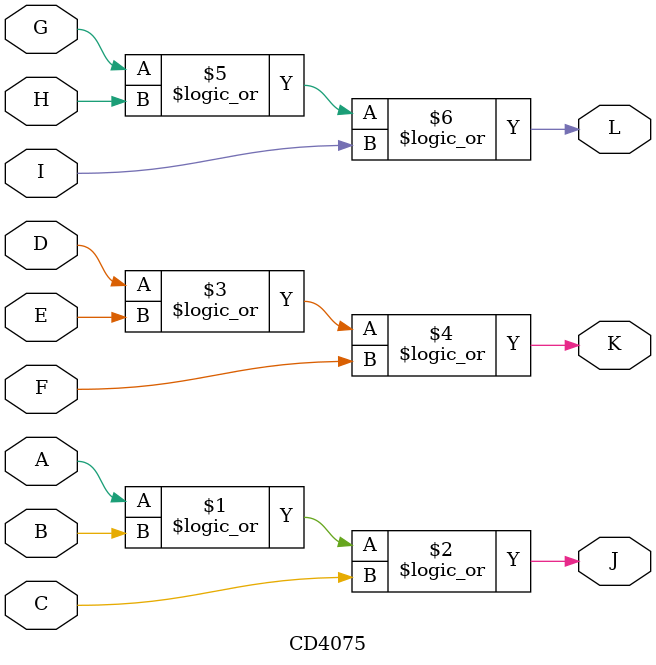
<source format=v>
module CD4075(
    input A, B, C,
    input D, E, F,
    input G, H, I,
    output J,
    output K,
    output L
    );
    
    assign J = A || B || C;
    assign K = D || E || F;
    assign L = G || H || I;
    
endmodule
</source>
